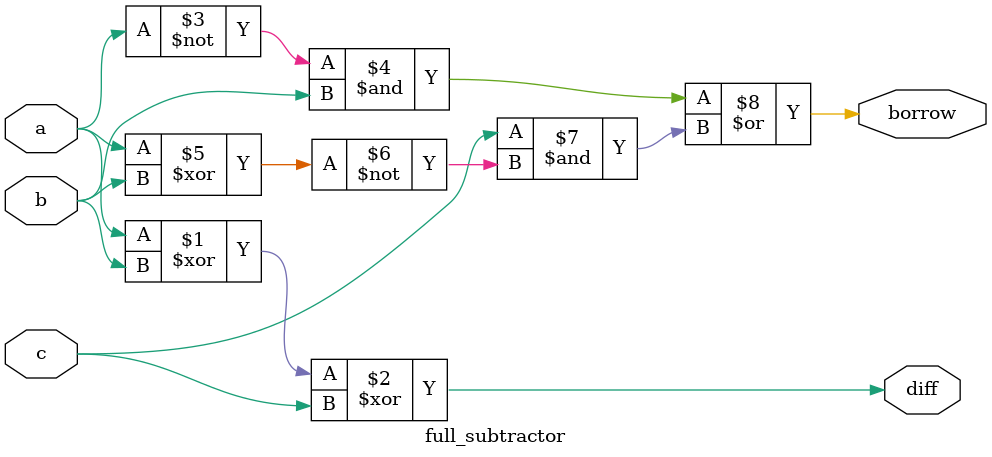
<source format=v>


module full_subtractor(
input a,b,c,
output diff,borrow
  );
 assign diff = a^b^c;
 assign borrow =(~a&b)|c &(~(a^b));
 
 endmodule

</source>
